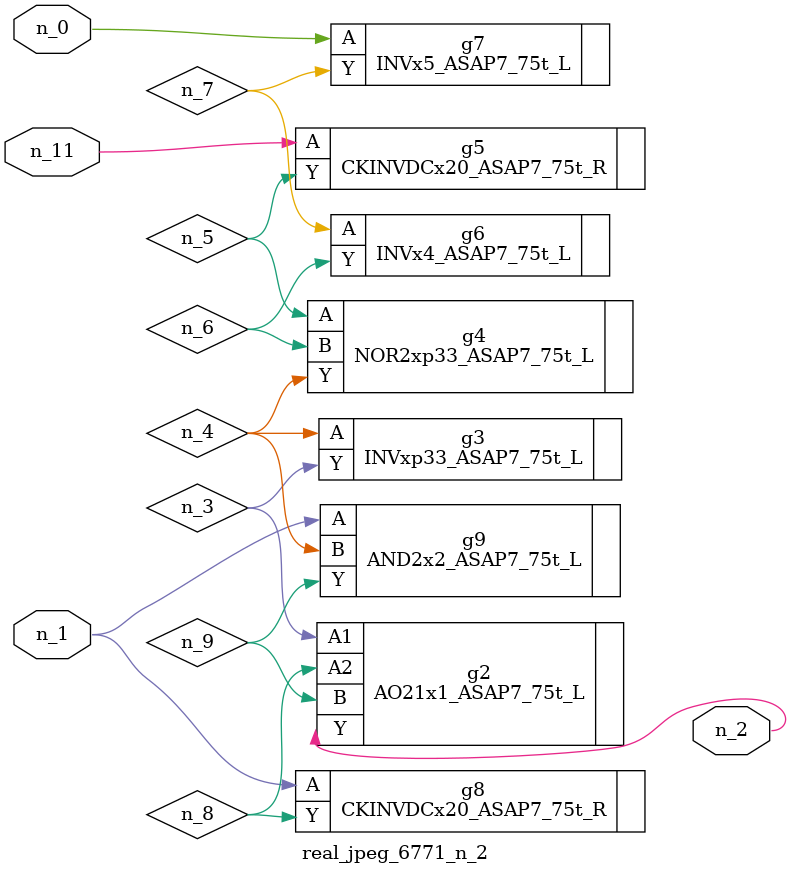
<source format=v>
module real_jpeg_6771_n_2 (n_1, n_11, n_0, n_2);

input n_1;
input n_11;
input n_0;

output n_2;

wire n_5;
wire n_8;
wire n_4;
wire n_6;
wire n_7;
wire n_3;
wire n_9;

INVx5_ASAP7_75t_L g7 ( 
.A(n_0),
.Y(n_7)
);

CKINVDCx20_ASAP7_75t_R g8 ( 
.A(n_1),
.Y(n_8)
);

AND2x2_ASAP7_75t_L g9 ( 
.A(n_1),
.B(n_4),
.Y(n_9)
);

AO21x1_ASAP7_75t_L g2 ( 
.A1(n_3),
.A2(n_8),
.B(n_9),
.Y(n_2)
);

INVxp33_ASAP7_75t_L g3 ( 
.A(n_4),
.Y(n_3)
);

NOR2xp33_ASAP7_75t_L g4 ( 
.A(n_5),
.B(n_6),
.Y(n_4)
);

INVx4_ASAP7_75t_L g6 ( 
.A(n_7),
.Y(n_6)
);

CKINVDCx20_ASAP7_75t_R g5 ( 
.A(n_11),
.Y(n_5)
);


endmodule
</source>
